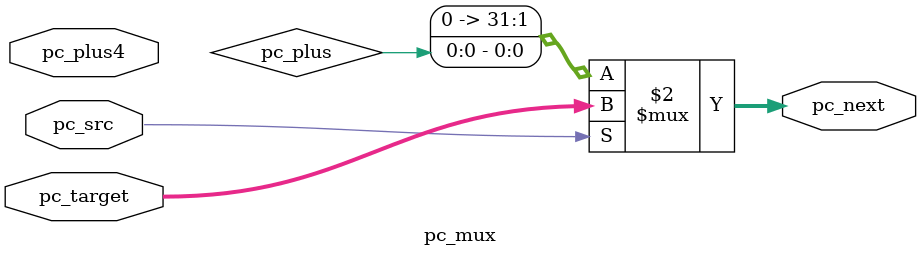
<source format=v>
module pc_mux(
    input pc_src,
    input [31:0]pc_plus4,
    input [31:0]pc_target,
    output [31:0]pc_next
);

assign pc_next = (pc_src) ? pc_target : pc_plus;

endmodule

</source>
